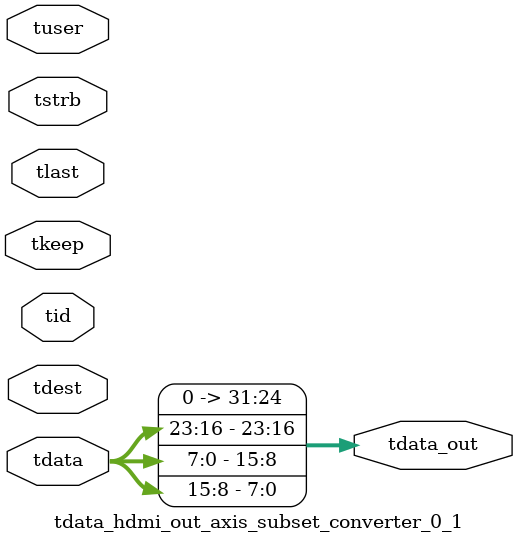
<source format=v>


`timescale 1ps/1ps

module tdata_hdmi_out_axis_subset_converter_0_1 #
(
parameter C_S_AXIS_TDATA_WIDTH = 32,
parameter C_S_AXIS_TUSER_WIDTH = 0,
parameter C_S_AXIS_TID_WIDTH   = 0,
parameter C_S_AXIS_TDEST_WIDTH = 0,
parameter C_M_AXIS_TDATA_WIDTH = 32
)
(
input  [(C_S_AXIS_TDATA_WIDTH == 0 ? 1 : C_S_AXIS_TDATA_WIDTH)-1:0     ] tdata,
input  [(C_S_AXIS_TUSER_WIDTH == 0 ? 1 : C_S_AXIS_TUSER_WIDTH)-1:0     ] tuser,
input  [(C_S_AXIS_TID_WIDTH   == 0 ? 1 : C_S_AXIS_TID_WIDTH)-1:0       ] tid,
input  [(C_S_AXIS_TDEST_WIDTH == 0 ? 1 : C_S_AXIS_TDEST_WIDTH)-1:0     ] tdest,
input  [(C_S_AXIS_TDATA_WIDTH/8)-1:0 ] tkeep,
input  [(C_S_AXIS_TDATA_WIDTH/8)-1:0 ] tstrb,
input                                                                    tlast,
output [C_M_AXIS_TDATA_WIDTH-1:0] tdata_out
);

assign tdata_out = {tdata[23:16],tdata[7:0],tdata[15:8]};

endmodule


</source>
